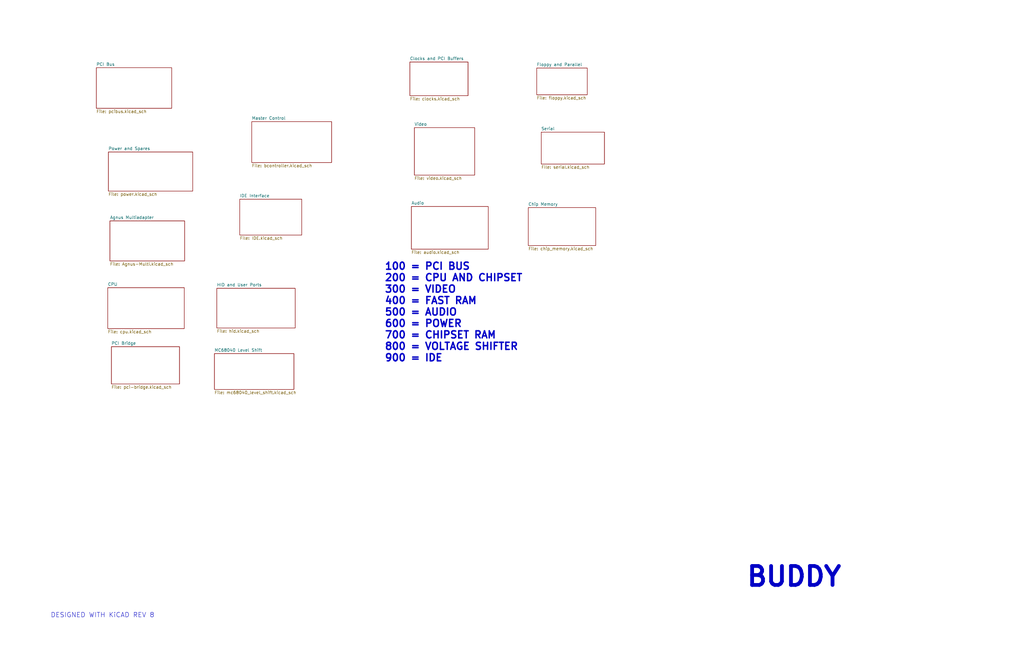
<source format=kicad_sch>
(kicad_sch
	(version 20231120)
	(generator "eeschema")
	(generator_version "8.0")
	(uuid "72453515-27fe-4336-91f3-e3c8054f7767")
	(paper "USLedger")
	(title_block
		(title "AMIGA PCI")
		(date "2024-05-22")
		(rev "3.0")
	)
	(lib_symbols)
	(text "100 = PCI BUS\n200 = CPU AND CHIPSET\n300 = VIDEO\n400 = FAST RAM\n500 = AUDIO\n600 = POWER\n700 = CHIPSET RAM\n800 = VOLTAGE SHIFTER\n900 = IDE"
		(exclude_from_sim no)
		(at 162.052 152.908 0)
		(effects
			(font
				(size 3 3)
				(bold yes)
			)
			(justify left bottom)
		)
		(uuid "03d6913e-0783-4f08-bd37-f7010da4e748")
	)
	(text "DESIGNED WITH KiCAD REV 8"
		(exclude_from_sim no)
		(at 21.336 260.858 0)
		(effects
			(font
				(size 2 2)
			)
			(justify left bottom)
		)
		(uuid "15edd3ae-2f36-4266-b83b-a51bfc978075")
	)
	(text "BUDDY"
		(exclude_from_sim no)
		(at 314.198 248.158 0)
		(effects
			(font
				(size 8 8)
				(thickness 1.6)
				(bold yes)
			)
			(justify left bottom)
		)
		(uuid "82c564f8-ce35-4e3e-8545-a15c252dc228")
	)
	(sheet
		(at 45.466 121.412)
		(size 32.258 17.272)
		(fields_autoplaced yes)
		(stroke
			(width 0.1524)
			(type solid)
		)
		(fill
			(color 0 0 0 0.0000)
		)
		(uuid "14024e2c-eaac-4547-8875-4a8ac58b1720")
		(property "Sheetname" "CPU"
			(at 45.466 120.7004 0)
			(effects
				(font
					(size 1.27 1.27)
				)
				(justify left bottom)
			)
		)
		(property "Sheetfile" "cpu.kicad_sch"
			(at 45.466 139.2686 0)
			(effects
				(font
					(size 1.27 1.27)
				)
				(justify left top)
			)
		)
		(instances
			(project "AmigaPCI Mainboard"
				(path "/72453515-27fe-4336-91f3-e3c8054f7767"
					(page "13")
				)
			)
		)
	)
	(sheet
		(at 46.355 93.218)
		(size 31.496 16.891)
		(fields_autoplaced yes)
		(stroke
			(width 0.1524)
			(type solid)
		)
		(fill
			(color 0 0 0 0.0000)
		)
		(uuid "2b6a6f7b-f16f-448f-a082-ded618631c29")
		(property "Sheetname" "Agnus Multiadapter"
			(at 46.355 92.5064 0)
			(effects
				(font
					(size 1.27 1.27)
				)
				(justify left bottom)
			)
		)
		(property "Sheetfile" "Agnus-Multi.kicad_sch"
			(at 46.355 110.6936 0)
			(effects
				(font
					(size 1.27 1.27)
				)
				(justify left top)
			)
		)
		(instances
			(project "AmigaPCI Mainboard"
				(path "/72453515-27fe-4336-91f3-e3c8054f7767"
					(page "6")
				)
			)
		)
	)
	(sheet
		(at 174.752 53.848)
		(size 25.4 20.066)
		(fields_autoplaced yes)
		(stroke
			(width 0.1524)
			(type solid)
		)
		(fill
			(color 0 0 0 0.0000)
		)
		(uuid "34f2eda3-97b6-4f91-ad2d-01637d6f5405")
		(property "Sheetname" "Video"
			(at 174.752 53.1364 0)
			(effects
				(font
					(size 1.27 1.27)
				)
				(justify left bottom)
			)
		)
		(property "Sheetfile" "video.kicad_sch"
			(at 174.752 74.4986 0)
			(effects
				(font
					(size 1.27 1.27)
				)
				(justify left top)
			)
		)
		(instances
			(project "AmigaPCI Mainboard"
				(path "/72453515-27fe-4336-91f3-e3c8054f7767"
					(page "8")
				)
			)
		)
	)
	(sheet
		(at 90.424 149.225)
		(size 33.528 15.113)
		(fields_autoplaced yes)
		(stroke
			(width 0.1524)
			(type solid)
		)
		(fill
			(color 0 0 0 0.0000)
		)
		(uuid "3746f476-970c-4acb-b19d-33c43fff35fb")
		(property "Sheetname" "MC68040 Level Shift"
			(at 90.424 148.5134 0)
			(effects
				(font
					(size 1.27 1.27)
				)
				(justify left bottom)
			)
		)
		(property "Sheetfile" "mc68040_level_shift.kicad_sch"
			(at 90.424 164.9226 0)
			(effects
				(font
					(size 1.27 1.27)
				)
				(justify left top)
			)
		)
		(instances
			(project "AmigaPCI Mainboard"
				(path "/72453515-27fe-4336-91f3-e3c8054f7767"
					(page "17")
				)
			)
		)
	)
	(sheet
		(at 45.72 64.135)
		(size 35.56 16.51)
		(fields_autoplaced yes)
		(stroke
			(width 0.1524)
			(type solid)
		)
		(fill
			(color 0 0 0 0.0000)
		)
		(uuid "4cb777ef-2899-49f4-b38f-a0c07d84fa7d")
		(property "Sheetname" "Power and Spares"
			(at 45.72 63.4234 0)
			(effects
				(font
					(size 1.27 1.27)
				)
				(justify left bottom)
			)
		)
		(property "Sheetfile" "power.kicad_sch"
			(at 45.72 81.2296 0)
			(effects
				(font
					(size 1.27 1.27)
				)
				(justify left top)
			)
		)
		(instances
			(project "AmigaPCI Mainboard"
				(path "/72453515-27fe-4336-91f3-e3c8054f7767"
					(page "3")
				)
			)
		)
	)
	(sheet
		(at 91.44 121.666)
		(size 33.02 16.764)
		(fields_autoplaced yes)
		(stroke
			(width 0.1524)
			(type solid)
		)
		(fill
			(color 0 0 0 0.0000)
		)
		(uuid "60b2ee65-4978-4bd8-934d-67b9c15d34cc")
		(property "Sheetname" "HID and User Ports"
			(at 91.44 120.9544 0)
			(effects
				(font
					(size 1.27 1.27)
				)
				(justify left bottom)
			)
		)
		(property "Sheetfile" "hid.kicad_sch"
			(at 91.44 139.0146 0)
			(effects
				(font
					(size 1.27 1.27)
				)
				(justify left top)
			)
		)
		(instances
			(project "AmigaPCI Mainboard"
				(path "/72453515-27fe-4336-91f3-e3c8054f7767"
					(page "15")
				)
			)
		)
	)
	(sheet
		(at 106.172 51.308)
		(size 33.655 17.272)
		(fields_autoplaced yes)
		(stroke
			(width 0.1524)
			(type solid)
		)
		(fill
			(color 0 0 0 0.0000)
		)
		(uuid "62a07d55-3759-49a3-8a3f-631cb4902a24")
		(property "Sheetname" "Master Control"
			(at 106.172 50.5964 0)
			(effects
				(font
					(size 1.27 1.27)
				)
				(justify left bottom)
			)
		)
		(property "Sheetfile" "bcontroller.kicad_sch"
			(at 106.172 69.1646 0)
			(effects
				(font
					(size 1.27 1.27)
				)
				(justify left top)
			)
		)
		(instances
			(project "AmigaPCI Mainboard"
				(path "/72453515-27fe-4336-91f3-e3c8054f7767"
					(page "5")
				)
			)
		)
	)
	(sheet
		(at 226.314 28.702)
		(size 21.336 11.303)
		(fields_autoplaced yes)
		(stroke
			(width 0.1524)
			(type solid)
		)
		(fill
			(color 0 0 0 0.0000)
		)
		(uuid "64185471-b9ae-4a50-a046-7157e86a04d0")
		(property "Sheetname" "Floppy and Parallel"
			(at 226.314 27.9904 0)
			(effects
				(font
					(size 1.27 1.27)
				)
				(justify left bottom)
			)
		)
		(property "Sheetfile" "floppy.kicad_sch"
			(at 226.314 40.5896 0)
			(effects
				(font
					(size 1.27 1.27)
				)
				(justify left top)
			)
		)
		(instances
			(project "AmigaPCI Mainboard"
				(path "/72453515-27fe-4336-91f3-e3c8054f7767"
					(page "10")
				)
			)
		)
	)
	(sheet
		(at 228.219 55.753)
		(size 26.67 13.462)
		(fields_autoplaced yes)
		(stroke
			(width 0.1524)
			(type solid)
		)
		(fill
			(color 0 0 0 0.0000)
		)
		(uuid "70231775-58c2-469a-996a-fc3c3a4a8de1")
		(property "Sheetname" "Serial"
			(at 228.219 55.0414 0)
			(effects
				(font
					(size 1.27 1.27)
				)
				(justify left bottom)
			)
		)
		(property "Sheetfile" "serial.kicad_sch"
			(at 228.219 69.7996 0)
			(effects
				(font
					(size 1.27 1.27)
				)
				(justify left top)
			)
		)
		(instances
			(project "AmigaPCI Mainboard"
				(path "/72453515-27fe-4336-91f3-e3c8054f7767"
					(page "11")
				)
			)
		)
	)
	(sheet
		(at 173.482 87.122)
		(size 32.385 18.034)
		(fields_autoplaced yes)
		(stroke
			(width 0.1524)
			(type solid)
		)
		(fill
			(color 0 0 0 0.0000)
		)
		(uuid "71ea5834-c2f1-44b0-9a09-0538600b01fd")
		(property "Sheetname" "Audio"
			(at 173.482 86.4104 0)
			(effects
				(font
					(size 1.27 1.27)
				)
				(justify left bottom)
			)
		)
		(property "Sheetfile" "audio.kicad_sch"
			(at 173.482 105.7406 0)
			(effects
				(font
					(size 1.27 1.27)
				)
				(justify left top)
			)
		)
		(instances
			(project "AmigaPCI Mainboard"
				(path "/72453515-27fe-4336-91f3-e3c8054f7767"
					(page "9")
				)
			)
		)
	)
	(sheet
		(at 101.092 84.074)
		(size 26.162 15.113)
		(fields_autoplaced yes)
		(stroke
			(width 0.1524)
			(type solid)
		)
		(fill
			(color 0 0 0 0.0000)
		)
		(uuid "7a35a97e-5686-44dd-976e-0306b0eb5ef2")
		(property "Sheetname" "IDE Interface"
			(at 101.092 83.3624 0)
			(effects
				(font
					(size 1.27 1.27)
				)
				(justify left bottom)
			)
		)
		(property "Sheetfile" "IDE.kicad_sch"
			(at 101.092 99.7716 0)
			(effects
				(font
					(size 1.27 1.27)
				)
				(justify left top)
			)
		)
		(instances
			(project "AmigaPCI Mainboard"
				(path "/72453515-27fe-4336-91f3-e3c8054f7767"
					(page "12")
				)
			)
		)
	)
	(sheet
		(at 40.64 28.575)
		(size 31.75 17.145)
		(fields_autoplaced yes)
		(stroke
			(width 0.1524)
			(type solid)
		)
		(fill
			(color 0 0 0 0.0000)
		)
		(uuid "c23015fc-f40a-4f75-aa79-1dfe37c2fc2e")
		(property "Sheetname" "PCI Bus"
			(at 40.64 27.8634 0)
			(effects
				(font
					(size 1.27 1.27)
				)
				(justify left bottom)
			)
		)
		(property "Sheetfile" "pcibus.kicad_sch"
			(at 40.64 46.3046 0)
			(effects
				(font
					(size 1.27 1.27)
				)
				(justify left top)
			)
		)
		(instances
			(project "AmigaPCI Mainboard"
				(path "/72453515-27fe-4336-91f3-e3c8054f7767"
					(page "2")
				)
			)
		)
	)
	(sheet
		(at 46.99 146.304)
		(size 28.702 15.748)
		(fields_autoplaced yes)
		(stroke
			(width 0.1524)
			(type solid)
		)
		(fill
			(color 0 0 0 0.0000)
		)
		(uuid "c71cba2c-aa10-44ea-a37d-abe4b67b6d89")
		(property "Sheetname" "PCI Bridge"
			(at 46.99 145.5924 0)
			(effects
				(font
					(size 1.27 1.27)
				)
				(justify left bottom)
			)
		)
		(property "Sheetfile" "pci-bridge.kicad_sch"
			(at 46.99 162.6366 0)
			(effects
				(font
					(size 1.27 1.27)
				)
				(justify left top)
			)
		)
		(instances
			(project "AmigaPCI Mainboard"
				(path "/72453515-27fe-4336-91f3-e3c8054f7767"
					(page "16")
				)
			)
		)
	)
	(sheet
		(at 172.847 26.162)
		(size 24.511 14.224)
		(fields_autoplaced yes)
		(stroke
			(width 0.1524)
			(type solid)
		)
		(fill
			(color 0 0 0 0.0000)
		)
		(uuid "d671396a-959f-409b-8612-87cb620c51cb")
		(property "Sheetname" "Clocks and PCI Buffers"
			(at 172.847 25.4504 0)
			(effects
				(font
					(size 1.27 1.27)
				)
				(justify left bottom)
			)
		)
		(property "Sheetfile" "clocks.kicad_sch"
			(at 172.847 40.9706 0)
			(effects
				(font
					(size 1.27 1.27)
				)
				(justify left top)
			)
		)
		(instances
			(project "AmigaPCI Mainboard"
				(path "/72453515-27fe-4336-91f3-e3c8054f7767"
					(page "7")
				)
			)
		)
	)
	(sheet
		(at 222.758 87.63)
		(size 28.448 16.002)
		(fields_autoplaced yes)
		(stroke
			(width 0.1524)
			(type solid)
		)
		(fill
			(color 0 0 0 0.0000)
		)
		(uuid "f63de3eb-8614-4bac-88f2-650f5bad2338")
		(property "Sheetname" "Chip Memory"
			(at 222.758 86.9184 0)
			(effects
				(font
					(size 1.27 1.27)
				)
				(justify left bottom)
			)
		)
		(property "Sheetfile" "chip_memory.kicad_sch"
			(at 222.758 104.2166 0)
			(effects
				(font
					(size 1.27 1.27)
				)
				(justify left top)
			)
		)
		(instances
			(project "AmigaPCI Mainboard"
				(path "/72453515-27fe-4336-91f3-e3c8054f7767"
					(page "14")
				)
			)
		)
	)
	(sheet_instances
		(path "/"
			(page "1")
		)
	)
)

</source>
